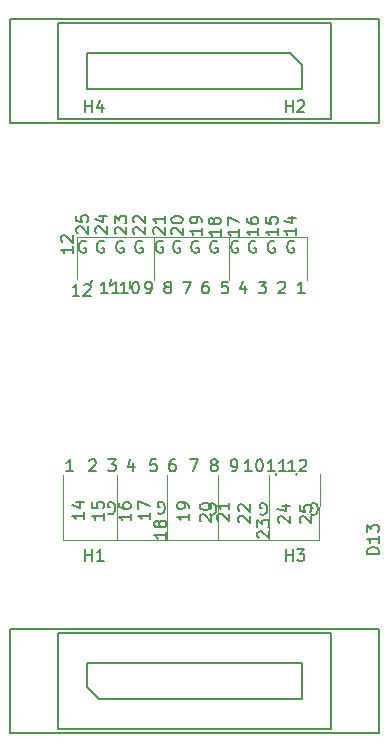
<source format=gbr>
%TF.GenerationSoftware,KiCad,Pcbnew,7.0.2*%
%TF.CreationDate,2023-11-03T15:57:14-06:00*%
%TF.ProjectId,micro-d-tes-aaray,6d696372-6f2d-4642-9d74-65732d616172,rev?*%
%TF.SameCoordinates,Original*%
%TF.FileFunction,Legend,Top*%
%TF.FilePolarity,Positive*%
%FSLAX46Y46*%
G04 Gerber Fmt 4.6, Leading zero omitted, Abs format (unit mm)*
G04 Created by KiCad (PCBNEW 7.0.2) date 2023-11-03 15:57:14*
%MOMM*%
%LPD*%
G01*
G04 APERTURE LIST*
%ADD10C,0.090000*%
%ADD11C,0.150000*%
%ADD12C,0.153000*%
%ADD13R,0.500000X2.000000*%
%ADD14R,0.258000X2.000000*%
%ADD15C,3.500000*%
%ADD16O,0.920000X0.920000*%
G04 APERTURE END LIST*
D10*
X20700000Y-20000000D02*
X27250000Y-20000000D01*
X7800000Y-20000000D02*
X7800000Y-23550000D01*
X24040000Y-45660000D02*
X24050000Y-40175000D01*
X20700000Y-20000000D02*
X20700000Y-23650000D01*
D11*
X6215000Y-1891000D02*
X29285000Y-1891000D01*
X29285000Y-9958000D01*
X6215000Y-9958000D01*
X6215000Y-1891000D01*
D10*
X11162500Y-45660000D02*
X6637500Y-45660000D01*
D11*
X2150000Y-53150000D02*
X33350000Y-53150000D01*
X33350000Y-62000000D01*
X2150000Y-62000000D01*
X2150000Y-53150000D01*
D10*
X11162500Y-45660000D02*
X11175000Y-40175000D01*
X19750000Y-45665000D02*
X19750000Y-40175000D01*
X15445086Y-45665755D02*
X15450000Y-40175000D01*
D11*
X10700000Y-23500000D02*
X10600000Y-24100000D01*
X9100000Y-23600000D02*
X9000000Y-23900000D01*
X26400000Y-39960000D02*
X26310000Y-40180000D01*
D10*
X20700000Y-20000000D02*
X20700000Y-23550000D01*
X14350000Y-20000000D02*
X14350000Y-23650000D01*
D11*
X6215000Y-53541000D02*
X29285000Y-53541000D01*
X29285000Y-61608000D01*
X6215000Y-61608000D01*
X6215000Y-53541000D01*
X12300000Y-23700000D02*
X12300000Y-24300000D01*
D10*
X28337500Y-45670000D02*
X28350000Y-40075000D01*
X14350000Y-20000000D02*
X14350000Y-23550000D01*
X28337500Y-45670000D02*
X11162500Y-45660000D01*
X14150000Y-20000000D02*
X20700000Y-20000000D01*
X27250000Y-20000000D02*
X27250000Y-23650000D01*
D11*
X2150000Y-1500000D02*
X33350000Y-1500000D01*
X33350000Y-10350000D01*
X2150000Y-10350000D01*
X2150000Y-1500000D01*
D10*
X11175000Y-43825000D02*
X11175000Y-40175000D01*
X6637500Y-45660000D02*
X6650000Y-40175000D01*
D11*
X24680000Y-39940000D02*
X24660000Y-40160000D01*
D10*
X7800000Y-20000000D02*
X14350000Y-20000000D01*
D12*
X13311904Y-20360238D02*
X13216666Y-20312619D01*
X13216666Y-20312619D02*
X13073809Y-20312619D01*
X13073809Y-20312619D02*
X12930952Y-20360238D01*
X12930952Y-20360238D02*
X12835714Y-20455476D01*
X12835714Y-20455476D02*
X12788095Y-20550714D01*
X12788095Y-20550714D02*
X12740476Y-20741190D01*
X12740476Y-20741190D02*
X12740476Y-20884047D01*
X12740476Y-20884047D02*
X12788095Y-21074523D01*
X12788095Y-21074523D02*
X12835714Y-21169761D01*
X12835714Y-21169761D02*
X12930952Y-21265000D01*
X12930952Y-21265000D02*
X13073809Y-21312619D01*
X13073809Y-21312619D02*
X13169047Y-21312619D01*
X13169047Y-21312619D02*
X13311904Y-21265000D01*
X13311904Y-21265000D02*
X13359523Y-21217380D01*
X13359523Y-21217380D02*
X13359523Y-20884047D01*
X13359523Y-20884047D02*
X13169047Y-20884047D01*
X24511904Y-20360238D02*
X24416666Y-20312619D01*
X24416666Y-20312619D02*
X24273809Y-20312619D01*
X24273809Y-20312619D02*
X24130952Y-20360238D01*
X24130952Y-20360238D02*
X24035714Y-20455476D01*
X24035714Y-20455476D02*
X23988095Y-20550714D01*
X23988095Y-20550714D02*
X23940476Y-20741190D01*
X23940476Y-20741190D02*
X23940476Y-20884047D01*
X23940476Y-20884047D02*
X23988095Y-21074523D01*
X23988095Y-21074523D02*
X24035714Y-21169761D01*
X24035714Y-21169761D02*
X24130952Y-21265000D01*
X24130952Y-21265000D02*
X24273809Y-21312619D01*
X24273809Y-21312619D02*
X24369047Y-21312619D01*
X24369047Y-21312619D02*
X24511904Y-21265000D01*
X24511904Y-21265000D02*
X24559523Y-21217380D01*
X24559523Y-21217380D02*
X24559523Y-20884047D01*
X24559523Y-20884047D02*
X24369047Y-20884047D01*
X26161904Y-20360238D02*
X26066666Y-20312619D01*
X26066666Y-20312619D02*
X25923809Y-20312619D01*
X25923809Y-20312619D02*
X25780952Y-20360238D01*
X25780952Y-20360238D02*
X25685714Y-20455476D01*
X25685714Y-20455476D02*
X25638095Y-20550714D01*
X25638095Y-20550714D02*
X25590476Y-20741190D01*
X25590476Y-20741190D02*
X25590476Y-20884047D01*
X25590476Y-20884047D02*
X25638095Y-21074523D01*
X25638095Y-21074523D02*
X25685714Y-21169761D01*
X25685714Y-21169761D02*
X25780952Y-21265000D01*
X25780952Y-21265000D02*
X25923809Y-21312619D01*
X25923809Y-21312619D02*
X26019047Y-21312619D01*
X26019047Y-21312619D02*
X26161904Y-21265000D01*
X26161904Y-21265000D02*
X26209523Y-21217380D01*
X26209523Y-21217380D02*
X26209523Y-20884047D01*
X26209523Y-20884047D02*
X26019047Y-20884047D01*
X19661904Y-20360238D02*
X19566666Y-20312619D01*
X19566666Y-20312619D02*
X19423809Y-20312619D01*
X19423809Y-20312619D02*
X19280952Y-20360238D01*
X19280952Y-20360238D02*
X19185714Y-20455476D01*
X19185714Y-20455476D02*
X19138095Y-20550714D01*
X19138095Y-20550714D02*
X19090476Y-20741190D01*
X19090476Y-20741190D02*
X19090476Y-20884047D01*
X19090476Y-20884047D02*
X19138095Y-21074523D01*
X19138095Y-21074523D02*
X19185714Y-21169761D01*
X19185714Y-21169761D02*
X19280952Y-21265000D01*
X19280952Y-21265000D02*
X19423809Y-21312619D01*
X19423809Y-21312619D02*
X19519047Y-21312619D01*
X19519047Y-21312619D02*
X19661904Y-21265000D01*
X19661904Y-21265000D02*
X19709523Y-21217380D01*
X19709523Y-21217380D02*
X19709523Y-20884047D01*
X19709523Y-20884047D02*
X19519047Y-20884047D01*
X15061904Y-20350238D02*
X14966666Y-20302619D01*
X14966666Y-20302619D02*
X14823809Y-20302619D01*
X14823809Y-20302619D02*
X14680952Y-20350238D01*
X14680952Y-20350238D02*
X14585714Y-20445476D01*
X14585714Y-20445476D02*
X14538095Y-20540714D01*
X14538095Y-20540714D02*
X14490476Y-20731190D01*
X14490476Y-20731190D02*
X14490476Y-20874047D01*
X14490476Y-20874047D02*
X14538095Y-21064523D01*
X14538095Y-21064523D02*
X14585714Y-21159761D01*
X14585714Y-21159761D02*
X14680952Y-21255000D01*
X14680952Y-21255000D02*
X14823809Y-21302619D01*
X14823809Y-21302619D02*
X14919047Y-21302619D01*
X14919047Y-21302619D02*
X15061904Y-21255000D01*
X15061904Y-21255000D02*
X15109523Y-21207380D01*
X15109523Y-21207380D02*
X15109523Y-20874047D01*
X15109523Y-20874047D02*
X14919047Y-20874047D01*
X8531904Y-20360238D02*
X8436666Y-20312619D01*
X8436666Y-20312619D02*
X8293809Y-20312619D01*
X8293809Y-20312619D02*
X8150952Y-20360238D01*
X8150952Y-20360238D02*
X8055714Y-20455476D01*
X8055714Y-20455476D02*
X8008095Y-20550714D01*
X8008095Y-20550714D02*
X7960476Y-20741190D01*
X7960476Y-20741190D02*
X7960476Y-20884047D01*
X7960476Y-20884047D02*
X8008095Y-21074523D01*
X8008095Y-21074523D02*
X8055714Y-21169761D01*
X8055714Y-21169761D02*
X8150952Y-21265000D01*
X8150952Y-21265000D02*
X8293809Y-21312619D01*
X8293809Y-21312619D02*
X8389047Y-21312619D01*
X8389047Y-21312619D02*
X8531904Y-21265000D01*
X8531904Y-21265000D02*
X8579523Y-21217380D01*
X8579523Y-21217380D02*
X8579523Y-20884047D01*
X8579523Y-20884047D02*
X8389047Y-20884047D01*
X10468095Y-43399761D02*
X10563333Y-43447380D01*
X10563333Y-43447380D02*
X10706190Y-43447380D01*
X10706190Y-43447380D02*
X10849047Y-43399761D01*
X10849047Y-43399761D02*
X10944285Y-43304523D01*
X10944285Y-43304523D02*
X10991904Y-43209285D01*
X10991904Y-43209285D02*
X11039523Y-43018809D01*
X11039523Y-43018809D02*
X11039523Y-42875952D01*
X11039523Y-42875952D02*
X10991904Y-42685476D01*
X10991904Y-42685476D02*
X10944285Y-42590238D01*
X10944285Y-42590238D02*
X10849047Y-42495000D01*
X10849047Y-42495000D02*
X10706190Y-42447380D01*
X10706190Y-42447380D02*
X10610952Y-42447380D01*
X10610952Y-42447380D02*
X10468095Y-42495000D01*
X10468095Y-42495000D02*
X10420476Y-42542619D01*
X10420476Y-42542619D02*
X10420476Y-42875952D01*
X10420476Y-42875952D02*
X10610952Y-42875952D01*
X21421904Y-20360238D02*
X21326666Y-20312619D01*
X21326666Y-20312619D02*
X21183809Y-20312619D01*
X21183809Y-20312619D02*
X21040952Y-20360238D01*
X21040952Y-20360238D02*
X20945714Y-20455476D01*
X20945714Y-20455476D02*
X20898095Y-20550714D01*
X20898095Y-20550714D02*
X20850476Y-20741190D01*
X20850476Y-20741190D02*
X20850476Y-20884047D01*
X20850476Y-20884047D02*
X20898095Y-21074523D01*
X20898095Y-21074523D02*
X20945714Y-21169761D01*
X20945714Y-21169761D02*
X21040952Y-21265000D01*
X21040952Y-21265000D02*
X21183809Y-21312619D01*
X21183809Y-21312619D02*
X21279047Y-21312619D01*
X21279047Y-21312619D02*
X21421904Y-21265000D01*
X21421904Y-21265000D02*
X21469523Y-21217380D01*
X21469523Y-21217380D02*
X21469523Y-20884047D01*
X21469523Y-20884047D02*
X21279047Y-20884047D01*
X11711904Y-20360238D02*
X11616666Y-20312619D01*
X11616666Y-20312619D02*
X11473809Y-20312619D01*
X11473809Y-20312619D02*
X11330952Y-20360238D01*
X11330952Y-20360238D02*
X11235714Y-20455476D01*
X11235714Y-20455476D02*
X11188095Y-20550714D01*
X11188095Y-20550714D02*
X11140476Y-20741190D01*
X11140476Y-20741190D02*
X11140476Y-20884047D01*
X11140476Y-20884047D02*
X11188095Y-21074523D01*
X11188095Y-21074523D02*
X11235714Y-21169761D01*
X11235714Y-21169761D02*
X11330952Y-21265000D01*
X11330952Y-21265000D02*
X11473809Y-21312619D01*
X11473809Y-21312619D02*
X11569047Y-21312619D01*
X11569047Y-21312619D02*
X11711904Y-21265000D01*
X11711904Y-21265000D02*
X11759523Y-21217380D01*
X11759523Y-21217380D02*
X11759523Y-20884047D01*
X11759523Y-20884047D02*
X11569047Y-20884047D01*
X18061904Y-20360238D02*
X17966666Y-20312619D01*
X17966666Y-20312619D02*
X17823809Y-20312619D01*
X17823809Y-20312619D02*
X17680952Y-20360238D01*
X17680952Y-20360238D02*
X17585714Y-20455476D01*
X17585714Y-20455476D02*
X17538095Y-20550714D01*
X17538095Y-20550714D02*
X17490476Y-20741190D01*
X17490476Y-20741190D02*
X17490476Y-20884047D01*
X17490476Y-20884047D02*
X17538095Y-21074523D01*
X17538095Y-21074523D02*
X17585714Y-21169761D01*
X17585714Y-21169761D02*
X17680952Y-21265000D01*
X17680952Y-21265000D02*
X17823809Y-21312619D01*
X17823809Y-21312619D02*
X17919047Y-21312619D01*
X17919047Y-21312619D02*
X18061904Y-21265000D01*
X18061904Y-21265000D02*
X18109523Y-21217380D01*
X18109523Y-21217380D02*
X18109523Y-20884047D01*
X18109523Y-20884047D02*
X17919047Y-20884047D01*
X22911904Y-20360238D02*
X22816666Y-20312619D01*
X22816666Y-20312619D02*
X22673809Y-20312619D01*
X22673809Y-20312619D02*
X22530952Y-20360238D01*
X22530952Y-20360238D02*
X22435714Y-20455476D01*
X22435714Y-20455476D02*
X22388095Y-20550714D01*
X22388095Y-20550714D02*
X22340476Y-20741190D01*
X22340476Y-20741190D02*
X22340476Y-20884047D01*
X22340476Y-20884047D02*
X22388095Y-21074523D01*
X22388095Y-21074523D02*
X22435714Y-21169761D01*
X22435714Y-21169761D02*
X22530952Y-21265000D01*
X22530952Y-21265000D02*
X22673809Y-21312619D01*
X22673809Y-21312619D02*
X22769047Y-21312619D01*
X22769047Y-21312619D02*
X22911904Y-21265000D01*
X22911904Y-21265000D02*
X22959523Y-21217380D01*
X22959523Y-21217380D02*
X22959523Y-20884047D01*
X22959523Y-20884047D02*
X22769047Y-20884047D01*
X23338095Y-43464761D02*
X23433333Y-43512380D01*
X23433333Y-43512380D02*
X23576190Y-43512380D01*
X23576190Y-43512380D02*
X23719047Y-43464761D01*
X23719047Y-43464761D02*
X23814285Y-43369523D01*
X23814285Y-43369523D02*
X23861904Y-43274285D01*
X23861904Y-43274285D02*
X23909523Y-43083809D01*
X23909523Y-43083809D02*
X23909523Y-42940952D01*
X23909523Y-42940952D02*
X23861904Y-42750476D01*
X23861904Y-42750476D02*
X23814285Y-42655238D01*
X23814285Y-42655238D02*
X23719047Y-42560000D01*
X23719047Y-42560000D02*
X23576190Y-42512380D01*
X23576190Y-42512380D02*
X23480952Y-42512380D01*
X23480952Y-42512380D02*
X23338095Y-42560000D01*
X23338095Y-42560000D02*
X23290476Y-42607619D01*
X23290476Y-42607619D02*
X23290476Y-42940952D01*
X23290476Y-42940952D02*
X23480952Y-42940952D01*
X10061904Y-20360238D02*
X9966666Y-20312619D01*
X9966666Y-20312619D02*
X9823809Y-20312619D01*
X9823809Y-20312619D02*
X9680952Y-20360238D01*
X9680952Y-20360238D02*
X9585714Y-20455476D01*
X9585714Y-20455476D02*
X9538095Y-20550714D01*
X9538095Y-20550714D02*
X9490476Y-20741190D01*
X9490476Y-20741190D02*
X9490476Y-20884047D01*
X9490476Y-20884047D02*
X9538095Y-21074523D01*
X9538095Y-21074523D02*
X9585714Y-21169761D01*
X9585714Y-21169761D02*
X9680952Y-21265000D01*
X9680952Y-21265000D02*
X9823809Y-21312619D01*
X9823809Y-21312619D02*
X9919047Y-21312619D01*
X9919047Y-21312619D02*
X10061904Y-21265000D01*
X10061904Y-21265000D02*
X10109523Y-21217380D01*
X10109523Y-21217380D02*
X10109523Y-20884047D01*
X10109523Y-20884047D02*
X9919047Y-20884047D01*
X19038095Y-43464761D02*
X19133333Y-43512380D01*
X19133333Y-43512380D02*
X19276190Y-43512380D01*
X19276190Y-43512380D02*
X19419047Y-43464761D01*
X19419047Y-43464761D02*
X19514285Y-43369523D01*
X19514285Y-43369523D02*
X19561904Y-43274285D01*
X19561904Y-43274285D02*
X19609523Y-43083809D01*
X19609523Y-43083809D02*
X19609523Y-42940952D01*
X19609523Y-42940952D02*
X19561904Y-42750476D01*
X19561904Y-42750476D02*
X19514285Y-42655238D01*
X19514285Y-42655238D02*
X19419047Y-42560000D01*
X19419047Y-42560000D02*
X19276190Y-42512380D01*
X19276190Y-42512380D02*
X19180952Y-42512380D01*
X19180952Y-42512380D02*
X19038095Y-42560000D01*
X19038095Y-42560000D02*
X18990476Y-42607619D01*
X18990476Y-42607619D02*
X18990476Y-42940952D01*
X18990476Y-42940952D02*
X19180952Y-42940952D01*
X27638095Y-43464761D02*
X27733333Y-43512380D01*
X27733333Y-43512380D02*
X27876190Y-43512380D01*
X27876190Y-43512380D02*
X28019047Y-43464761D01*
X28019047Y-43464761D02*
X28114285Y-43369523D01*
X28114285Y-43369523D02*
X28161904Y-43274285D01*
X28161904Y-43274285D02*
X28209523Y-43083809D01*
X28209523Y-43083809D02*
X28209523Y-42940952D01*
X28209523Y-42940952D02*
X28161904Y-42750476D01*
X28161904Y-42750476D02*
X28114285Y-42655238D01*
X28114285Y-42655238D02*
X28019047Y-42560000D01*
X28019047Y-42560000D02*
X27876190Y-42512380D01*
X27876190Y-42512380D02*
X27780952Y-42512380D01*
X27780952Y-42512380D02*
X27638095Y-42560000D01*
X27638095Y-42560000D02*
X27590476Y-42607619D01*
X27590476Y-42607619D02*
X27590476Y-42940952D01*
X27590476Y-42940952D02*
X27780952Y-42940952D01*
X16511904Y-20360238D02*
X16416666Y-20312619D01*
X16416666Y-20312619D02*
X16273809Y-20312619D01*
X16273809Y-20312619D02*
X16130952Y-20360238D01*
X16130952Y-20360238D02*
X16035714Y-20455476D01*
X16035714Y-20455476D02*
X15988095Y-20550714D01*
X15988095Y-20550714D02*
X15940476Y-20741190D01*
X15940476Y-20741190D02*
X15940476Y-20884047D01*
X15940476Y-20884047D02*
X15988095Y-21074523D01*
X15988095Y-21074523D02*
X16035714Y-21169761D01*
X16035714Y-21169761D02*
X16130952Y-21265000D01*
X16130952Y-21265000D02*
X16273809Y-21312619D01*
X16273809Y-21312619D02*
X16369047Y-21312619D01*
X16369047Y-21312619D02*
X16511904Y-21265000D01*
X16511904Y-21265000D02*
X16559523Y-21217380D01*
X16559523Y-21217380D02*
X16559523Y-20884047D01*
X16559523Y-20884047D02*
X16369047Y-20884047D01*
X14688095Y-43364761D02*
X14783333Y-43412380D01*
X14783333Y-43412380D02*
X14926190Y-43412380D01*
X14926190Y-43412380D02*
X15069047Y-43364761D01*
X15069047Y-43364761D02*
X15164285Y-43269523D01*
X15164285Y-43269523D02*
X15211904Y-43174285D01*
X15211904Y-43174285D02*
X15259523Y-42983809D01*
X15259523Y-42983809D02*
X15259523Y-42840952D01*
X15259523Y-42840952D02*
X15211904Y-42650476D01*
X15211904Y-42650476D02*
X15164285Y-42555238D01*
X15164285Y-42555238D02*
X15069047Y-42460000D01*
X15069047Y-42460000D02*
X14926190Y-42412380D01*
X14926190Y-42412380D02*
X14830952Y-42412380D01*
X14830952Y-42412380D02*
X14688095Y-42460000D01*
X14688095Y-42460000D02*
X14640476Y-42507619D01*
X14640476Y-42507619D02*
X14640476Y-42840952D01*
X14640476Y-42840952D02*
X14830952Y-42840952D01*
D11*
%TO.C,17*%
X21562619Y-19315476D02*
X21562619Y-19886904D01*
X21562619Y-19601190D02*
X20562619Y-19601190D01*
X20562619Y-19601190D02*
X20705476Y-19696428D01*
X20705476Y-19696428D02*
X20800714Y-19791666D01*
X20800714Y-19791666D02*
X20848333Y-19886904D01*
X20562619Y-18982142D02*
X20562619Y-18315476D01*
X20562619Y-18315476D02*
X21562619Y-18744047D01*
%TO.C,5*%
X20568095Y-23762619D02*
X20091905Y-23762619D01*
X20091905Y-23762619D02*
X20044286Y-24238809D01*
X20044286Y-24238809D02*
X20091905Y-24191190D01*
X20091905Y-24191190D02*
X20187143Y-24143571D01*
X20187143Y-24143571D02*
X20425238Y-24143571D01*
X20425238Y-24143571D02*
X20520476Y-24191190D01*
X20520476Y-24191190D02*
X20568095Y-24238809D01*
X20568095Y-24238809D02*
X20615714Y-24334047D01*
X20615714Y-24334047D02*
X20615714Y-24572142D01*
X20615714Y-24572142D02*
X20568095Y-24667380D01*
X20568095Y-24667380D02*
X20520476Y-24715000D01*
X20520476Y-24715000D02*
X20425238Y-24762619D01*
X20425238Y-24762619D02*
X20187143Y-24762619D01*
X20187143Y-24762619D02*
X20091905Y-24715000D01*
X20091905Y-24715000D02*
X20044286Y-24667380D01*
%TO.C,11*%
X24559523Y-39812619D02*
X23988095Y-39812619D01*
X24273809Y-39812619D02*
X24273809Y-38812619D01*
X24273809Y-38812619D02*
X24178571Y-38955476D01*
X24178571Y-38955476D02*
X24083333Y-39050714D01*
X24083333Y-39050714D02*
X23988095Y-39098333D01*
X25511904Y-39812619D02*
X24940476Y-39812619D01*
X25226190Y-39812619D02*
X25226190Y-38812619D01*
X25226190Y-38812619D02*
X25130952Y-38955476D01*
X25130952Y-38955476D02*
X25035714Y-39050714D01*
X25035714Y-39050714D02*
X24940476Y-39098333D01*
%TO.C,8*%
X19324762Y-39251190D02*
X19229524Y-39203571D01*
X19229524Y-39203571D02*
X19181905Y-39155952D01*
X19181905Y-39155952D02*
X19134286Y-39060714D01*
X19134286Y-39060714D02*
X19134286Y-39013095D01*
X19134286Y-39013095D02*
X19181905Y-38917857D01*
X19181905Y-38917857D02*
X19229524Y-38870238D01*
X19229524Y-38870238D02*
X19324762Y-38822619D01*
X19324762Y-38822619D02*
X19515238Y-38822619D01*
X19515238Y-38822619D02*
X19610476Y-38870238D01*
X19610476Y-38870238D02*
X19658095Y-38917857D01*
X19658095Y-38917857D02*
X19705714Y-39013095D01*
X19705714Y-39013095D02*
X19705714Y-39060714D01*
X19705714Y-39060714D02*
X19658095Y-39155952D01*
X19658095Y-39155952D02*
X19610476Y-39203571D01*
X19610476Y-39203571D02*
X19515238Y-39251190D01*
X19515238Y-39251190D02*
X19324762Y-39251190D01*
X19324762Y-39251190D02*
X19229524Y-39298809D01*
X19229524Y-39298809D02*
X19181905Y-39346428D01*
X19181905Y-39346428D02*
X19134286Y-39441666D01*
X19134286Y-39441666D02*
X19134286Y-39632142D01*
X19134286Y-39632142D02*
X19181905Y-39727380D01*
X19181905Y-39727380D02*
X19229524Y-39775000D01*
X19229524Y-39775000D02*
X19324762Y-39822619D01*
X19324762Y-39822619D02*
X19515238Y-39822619D01*
X19515238Y-39822619D02*
X19610476Y-39775000D01*
X19610476Y-39775000D02*
X19658095Y-39727380D01*
X19658095Y-39727380D02*
X19705714Y-39632142D01*
X19705714Y-39632142D02*
X19705714Y-39441666D01*
X19705714Y-39441666D02*
X19658095Y-39346428D01*
X19658095Y-39346428D02*
X19610476Y-39298809D01*
X19610476Y-39298809D02*
X19515238Y-39251190D01*
%TO.C,22*%
X21537857Y-44141904D02*
X21490238Y-44094285D01*
X21490238Y-44094285D02*
X21442619Y-43999047D01*
X21442619Y-43999047D02*
X21442619Y-43760952D01*
X21442619Y-43760952D02*
X21490238Y-43665714D01*
X21490238Y-43665714D02*
X21537857Y-43618095D01*
X21537857Y-43618095D02*
X21633095Y-43570476D01*
X21633095Y-43570476D02*
X21728333Y-43570476D01*
X21728333Y-43570476D02*
X21871190Y-43618095D01*
X21871190Y-43618095D02*
X22442619Y-44189523D01*
X22442619Y-44189523D02*
X22442619Y-43570476D01*
X21537857Y-43189523D02*
X21490238Y-43141904D01*
X21490238Y-43141904D02*
X21442619Y-43046666D01*
X21442619Y-43046666D02*
X21442619Y-42808571D01*
X21442619Y-42808571D02*
X21490238Y-42713333D01*
X21490238Y-42713333D02*
X21537857Y-42665714D01*
X21537857Y-42665714D02*
X21633095Y-42618095D01*
X21633095Y-42618095D02*
X21728333Y-42618095D01*
X21728333Y-42618095D02*
X21871190Y-42665714D01*
X21871190Y-42665714D02*
X22442619Y-43237142D01*
X22442619Y-43237142D02*
X22442619Y-42618095D01*
%TO.C,14*%
X8412619Y-43310476D02*
X8412619Y-43881904D01*
X8412619Y-43596190D02*
X7412619Y-43596190D01*
X7412619Y-43596190D02*
X7555476Y-43691428D01*
X7555476Y-43691428D02*
X7650714Y-43786666D01*
X7650714Y-43786666D02*
X7698333Y-43881904D01*
X7745952Y-42453333D02*
X8412619Y-42453333D01*
X7365000Y-42691428D02*
X8079285Y-42929523D01*
X8079285Y-42929523D02*
X8079285Y-42310476D01*
%TO.C,6*%
X16070476Y-38822619D02*
X15880000Y-38822619D01*
X15880000Y-38822619D02*
X15784762Y-38870238D01*
X15784762Y-38870238D02*
X15737143Y-38917857D01*
X15737143Y-38917857D02*
X15641905Y-39060714D01*
X15641905Y-39060714D02*
X15594286Y-39251190D01*
X15594286Y-39251190D02*
X15594286Y-39632142D01*
X15594286Y-39632142D02*
X15641905Y-39727380D01*
X15641905Y-39727380D02*
X15689524Y-39775000D01*
X15689524Y-39775000D02*
X15784762Y-39822619D01*
X15784762Y-39822619D02*
X15975238Y-39822619D01*
X15975238Y-39822619D02*
X16070476Y-39775000D01*
X16070476Y-39775000D02*
X16118095Y-39727380D01*
X16118095Y-39727380D02*
X16165714Y-39632142D01*
X16165714Y-39632142D02*
X16165714Y-39394047D01*
X16165714Y-39394047D02*
X16118095Y-39298809D01*
X16118095Y-39298809D02*
X16070476Y-39251190D01*
X16070476Y-39251190D02*
X15975238Y-39203571D01*
X15975238Y-39203571D02*
X15784762Y-39203571D01*
X15784762Y-39203571D02*
X15689524Y-39251190D01*
X15689524Y-39251190D02*
X15641905Y-39298809D01*
X15641905Y-39298809D02*
X15594286Y-39394047D01*
%TO.C,7*%
X16796667Y-23762619D02*
X17463333Y-23762619D01*
X17463333Y-23762619D02*
X17034762Y-24762619D01*
%TO.C,11*%
X10409523Y-24762619D02*
X9838095Y-24762619D01*
X10123809Y-24762619D02*
X10123809Y-23762619D01*
X10123809Y-23762619D02*
X10028571Y-23905476D01*
X10028571Y-23905476D02*
X9933333Y-24000714D01*
X9933333Y-24000714D02*
X9838095Y-24048333D01*
X11361904Y-24762619D02*
X10790476Y-24762619D01*
X11076190Y-24762619D02*
X11076190Y-23762619D01*
X11076190Y-23762619D02*
X10980952Y-23905476D01*
X10980952Y-23905476D02*
X10885714Y-24000714D01*
X10885714Y-24000714D02*
X10790476Y-24048333D01*
%TO.C,21*%
X14337857Y-19741904D02*
X14290238Y-19694285D01*
X14290238Y-19694285D02*
X14242619Y-19599047D01*
X14242619Y-19599047D02*
X14242619Y-19360952D01*
X14242619Y-19360952D02*
X14290238Y-19265714D01*
X14290238Y-19265714D02*
X14337857Y-19218095D01*
X14337857Y-19218095D02*
X14433095Y-19170476D01*
X14433095Y-19170476D02*
X14528333Y-19170476D01*
X14528333Y-19170476D02*
X14671190Y-19218095D01*
X14671190Y-19218095D02*
X15242619Y-19789523D01*
X15242619Y-19789523D02*
X15242619Y-19170476D01*
X15242619Y-18218095D02*
X15242619Y-18789523D01*
X15242619Y-18503809D02*
X14242619Y-18503809D01*
X14242619Y-18503809D02*
X14385476Y-18599047D01*
X14385476Y-18599047D02*
X14480714Y-18694285D01*
X14480714Y-18694285D02*
X14528333Y-18789523D01*
%TO.C,H1*%
X8488095Y-47412619D02*
X8488095Y-46412619D01*
X8488095Y-46888809D02*
X9059523Y-46888809D01*
X9059523Y-47412619D02*
X9059523Y-46412619D01*
X10059523Y-47412619D02*
X9488095Y-47412619D01*
X9773809Y-47412619D02*
X9773809Y-46412619D01*
X9773809Y-46412619D02*
X9678571Y-46555476D01*
X9678571Y-46555476D02*
X9583333Y-46650714D01*
X9583333Y-46650714D02*
X9488095Y-46698333D01*
%TO.C,16*%
X12342619Y-43400476D02*
X12342619Y-43971904D01*
X12342619Y-43686190D02*
X11342619Y-43686190D01*
X11342619Y-43686190D02*
X11485476Y-43781428D01*
X11485476Y-43781428D02*
X11580714Y-43876666D01*
X11580714Y-43876666D02*
X11628333Y-43971904D01*
X11342619Y-42543333D02*
X11342619Y-42733809D01*
X11342619Y-42733809D02*
X11390238Y-42829047D01*
X11390238Y-42829047D02*
X11437857Y-42876666D01*
X11437857Y-42876666D02*
X11580714Y-42971904D01*
X11580714Y-42971904D02*
X11771190Y-43019523D01*
X11771190Y-43019523D02*
X12152142Y-43019523D01*
X12152142Y-43019523D02*
X12247380Y-42971904D01*
X12247380Y-42971904D02*
X12295000Y-42924285D01*
X12295000Y-42924285D02*
X12342619Y-42829047D01*
X12342619Y-42829047D02*
X12342619Y-42638571D01*
X12342619Y-42638571D02*
X12295000Y-42543333D01*
X12295000Y-42543333D02*
X12247380Y-42495714D01*
X12247380Y-42495714D02*
X12152142Y-42448095D01*
X12152142Y-42448095D02*
X11914047Y-42448095D01*
X11914047Y-42448095D02*
X11818809Y-42495714D01*
X11818809Y-42495714D02*
X11771190Y-42543333D01*
X11771190Y-42543333D02*
X11723571Y-42638571D01*
X11723571Y-42638571D02*
X11723571Y-42829047D01*
X11723571Y-42829047D02*
X11771190Y-42924285D01*
X11771190Y-42924285D02*
X11818809Y-42971904D01*
X11818809Y-42971904D02*
X11914047Y-43019523D01*
%TO.C,20*%
X15877857Y-19771904D02*
X15830238Y-19724285D01*
X15830238Y-19724285D02*
X15782619Y-19629047D01*
X15782619Y-19629047D02*
X15782619Y-19390952D01*
X15782619Y-19390952D02*
X15830238Y-19295714D01*
X15830238Y-19295714D02*
X15877857Y-19248095D01*
X15877857Y-19248095D02*
X15973095Y-19200476D01*
X15973095Y-19200476D02*
X16068333Y-19200476D01*
X16068333Y-19200476D02*
X16211190Y-19248095D01*
X16211190Y-19248095D02*
X16782619Y-19819523D01*
X16782619Y-19819523D02*
X16782619Y-19200476D01*
X15782619Y-18581428D02*
X15782619Y-18486190D01*
X15782619Y-18486190D02*
X15830238Y-18390952D01*
X15830238Y-18390952D02*
X15877857Y-18343333D01*
X15877857Y-18343333D02*
X15973095Y-18295714D01*
X15973095Y-18295714D02*
X16163571Y-18248095D01*
X16163571Y-18248095D02*
X16401666Y-18248095D01*
X16401666Y-18248095D02*
X16592142Y-18295714D01*
X16592142Y-18295714D02*
X16687380Y-18343333D01*
X16687380Y-18343333D02*
X16735000Y-18390952D01*
X16735000Y-18390952D02*
X16782619Y-18486190D01*
X16782619Y-18486190D02*
X16782619Y-18581428D01*
X16782619Y-18581428D02*
X16735000Y-18676666D01*
X16735000Y-18676666D02*
X16687380Y-18724285D01*
X16687380Y-18724285D02*
X16592142Y-18771904D01*
X16592142Y-18771904D02*
X16401666Y-18819523D01*
X16401666Y-18819523D02*
X16163571Y-18819523D01*
X16163571Y-18819523D02*
X15973095Y-18771904D01*
X15973095Y-18771904D02*
X15877857Y-18724285D01*
X15877857Y-18724285D02*
X15830238Y-18676666D01*
X15830238Y-18676666D02*
X15782619Y-18581428D01*
%TO.C,3*%
X23196667Y-23762619D02*
X23815714Y-23762619D01*
X23815714Y-23762619D02*
X23482381Y-24143571D01*
X23482381Y-24143571D02*
X23625238Y-24143571D01*
X23625238Y-24143571D02*
X23720476Y-24191190D01*
X23720476Y-24191190D02*
X23768095Y-24238809D01*
X23768095Y-24238809D02*
X23815714Y-24334047D01*
X23815714Y-24334047D02*
X23815714Y-24572142D01*
X23815714Y-24572142D02*
X23768095Y-24667380D01*
X23768095Y-24667380D02*
X23720476Y-24715000D01*
X23720476Y-24715000D02*
X23625238Y-24762619D01*
X23625238Y-24762619D02*
X23339524Y-24762619D01*
X23339524Y-24762619D02*
X23244286Y-24715000D01*
X23244286Y-24715000D02*
X23196667Y-24667380D01*
%TO.C,H4*%
X8488095Y-9412619D02*
X8488095Y-8412619D01*
X8488095Y-8888809D02*
X9059523Y-8888809D01*
X9059523Y-9412619D02*
X9059523Y-8412619D01*
X9964285Y-8745952D02*
X9964285Y-9412619D01*
X9726190Y-8365000D02*
X9488095Y-9079285D01*
X9488095Y-9079285D02*
X10107142Y-9079285D01*
%TO.C,9*%
X13669524Y-24762619D02*
X13860000Y-24762619D01*
X13860000Y-24762619D02*
X13955238Y-24715000D01*
X13955238Y-24715000D02*
X14002857Y-24667380D01*
X14002857Y-24667380D02*
X14098095Y-24524523D01*
X14098095Y-24524523D02*
X14145714Y-24334047D01*
X14145714Y-24334047D02*
X14145714Y-23953095D01*
X14145714Y-23953095D02*
X14098095Y-23857857D01*
X14098095Y-23857857D02*
X14050476Y-23810238D01*
X14050476Y-23810238D02*
X13955238Y-23762619D01*
X13955238Y-23762619D02*
X13764762Y-23762619D01*
X13764762Y-23762619D02*
X13669524Y-23810238D01*
X13669524Y-23810238D02*
X13621905Y-23857857D01*
X13621905Y-23857857D02*
X13574286Y-23953095D01*
X13574286Y-23953095D02*
X13574286Y-24191190D01*
X13574286Y-24191190D02*
X13621905Y-24286428D01*
X13621905Y-24286428D02*
X13669524Y-24334047D01*
X13669524Y-24334047D02*
X13764762Y-24381666D01*
X13764762Y-24381666D02*
X13955238Y-24381666D01*
X13955238Y-24381666D02*
X14050476Y-24334047D01*
X14050476Y-24334047D02*
X14098095Y-24286428D01*
X14098095Y-24286428D02*
X14145714Y-24191190D01*
%TO.C,15*%
X24792619Y-19240476D02*
X24792619Y-19811904D01*
X24792619Y-19526190D02*
X23792619Y-19526190D01*
X23792619Y-19526190D02*
X23935476Y-19621428D01*
X23935476Y-19621428D02*
X24030714Y-19716666D01*
X24030714Y-19716666D02*
X24078333Y-19811904D01*
X23792619Y-18335714D02*
X23792619Y-18811904D01*
X23792619Y-18811904D02*
X24268809Y-18859523D01*
X24268809Y-18859523D02*
X24221190Y-18811904D01*
X24221190Y-18811904D02*
X24173571Y-18716666D01*
X24173571Y-18716666D02*
X24173571Y-18478571D01*
X24173571Y-18478571D02*
X24221190Y-18383333D01*
X24221190Y-18383333D02*
X24268809Y-18335714D01*
X24268809Y-18335714D02*
X24364047Y-18288095D01*
X24364047Y-18288095D02*
X24602142Y-18288095D01*
X24602142Y-18288095D02*
X24697380Y-18335714D01*
X24697380Y-18335714D02*
X24745000Y-18383333D01*
X24745000Y-18383333D02*
X24792619Y-18478571D01*
X24792619Y-18478571D02*
X24792619Y-18716666D01*
X24792619Y-18716666D02*
X24745000Y-18811904D01*
X24745000Y-18811904D02*
X24697380Y-18859523D01*
%TO.C,12*%
X7462619Y-20790476D02*
X7462619Y-21361904D01*
X7462619Y-21076190D02*
X6462619Y-21076190D01*
X6462619Y-21076190D02*
X6605476Y-21171428D01*
X6605476Y-21171428D02*
X6700714Y-21266666D01*
X6700714Y-21266666D02*
X6748333Y-21361904D01*
X6557857Y-20409523D02*
X6510238Y-20361904D01*
X6510238Y-20361904D02*
X6462619Y-20266666D01*
X6462619Y-20266666D02*
X6462619Y-20028571D01*
X6462619Y-20028571D02*
X6510238Y-19933333D01*
X6510238Y-19933333D02*
X6557857Y-19885714D01*
X6557857Y-19885714D02*
X6653095Y-19838095D01*
X6653095Y-19838095D02*
X6748333Y-19838095D01*
X6748333Y-19838095D02*
X6891190Y-19885714D01*
X6891190Y-19885714D02*
X7462619Y-20457142D01*
X7462619Y-20457142D02*
X7462619Y-19838095D01*
%TO.C,25*%
X7857857Y-19661904D02*
X7810238Y-19614285D01*
X7810238Y-19614285D02*
X7762619Y-19519047D01*
X7762619Y-19519047D02*
X7762619Y-19280952D01*
X7762619Y-19280952D02*
X7810238Y-19185714D01*
X7810238Y-19185714D02*
X7857857Y-19138095D01*
X7857857Y-19138095D02*
X7953095Y-19090476D01*
X7953095Y-19090476D02*
X8048333Y-19090476D01*
X8048333Y-19090476D02*
X8191190Y-19138095D01*
X8191190Y-19138095D02*
X8762619Y-19709523D01*
X8762619Y-19709523D02*
X8762619Y-19090476D01*
X7762619Y-18185714D02*
X7762619Y-18661904D01*
X7762619Y-18661904D02*
X8238809Y-18709523D01*
X8238809Y-18709523D02*
X8191190Y-18661904D01*
X8191190Y-18661904D02*
X8143571Y-18566666D01*
X8143571Y-18566666D02*
X8143571Y-18328571D01*
X8143571Y-18328571D02*
X8191190Y-18233333D01*
X8191190Y-18233333D02*
X8238809Y-18185714D01*
X8238809Y-18185714D02*
X8334047Y-18138095D01*
X8334047Y-18138095D02*
X8572142Y-18138095D01*
X8572142Y-18138095D02*
X8667380Y-18185714D01*
X8667380Y-18185714D02*
X8715000Y-18233333D01*
X8715000Y-18233333D02*
X8762619Y-18328571D01*
X8762619Y-18328571D02*
X8762619Y-18566666D01*
X8762619Y-18566666D02*
X8715000Y-18661904D01*
X8715000Y-18661904D02*
X8667380Y-18709523D01*
%TO.C,H3*%
X25488095Y-47412619D02*
X25488095Y-46412619D01*
X25488095Y-46888809D02*
X26059523Y-46888809D01*
X26059523Y-47412619D02*
X26059523Y-46412619D01*
X26440476Y-46412619D02*
X27059523Y-46412619D01*
X27059523Y-46412619D02*
X26726190Y-46793571D01*
X26726190Y-46793571D02*
X26869047Y-46793571D01*
X26869047Y-46793571D02*
X26964285Y-46841190D01*
X26964285Y-46841190D02*
X27011904Y-46888809D01*
X27011904Y-46888809D02*
X27059523Y-46984047D01*
X27059523Y-46984047D02*
X27059523Y-47222142D01*
X27059523Y-47222142D02*
X27011904Y-47317380D01*
X27011904Y-47317380D02*
X26964285Y-47365000D01*
X26964285Y-47365000D02*
X26869047Y-47412619D01*
X26869047Y-47412619D02*
X26583333Y-47412619D01*
X26583333Y-47412619D02*
X26488095Y-47365000D01*
X26488095Y-47365000D02*
X26440476Y-47317380D01*
%TO.C,5*%
X14528095Y-38822619D02*
X14051905Y-38822619D01*
X14051905Y-38822619D02*
X14004286Y-39298809D01*
X14004286Y-39298809D02*
X14051905Y-39251190D01*
X14051905Y-39251190D02*
X14147143Y-39203571D01*
X14147143Y-39203571D02*
X14385238Y-39203571D01*
X14385238Y-39203571D02*
X14480476Y-39251190D01*
X14480476Y-39251190D02*
X14528095Y-39298809D01*
X14528095Y-39298809D02*
X14575714Y-39394047D01*
X14575714Y-39394047D02*
X14575714Y-39632142D01*
X14575714Y-39632142D02*
X14528095Y-39727380D01*
X14528095Y-39727380D02*
X14480476Y-39775000D01*
X14480476Y-39775000D02*
X14385238Y-39822619D01*
X14385238Y-39822619D02*
X14147143Y-39822619D01*
X14147143Y-39822619D02*
X14051905Y-39775000D01*
X14051905Y-39775000D02*
X14004286Y-39727380D01*
%TO.C,9*%
X20919524Y-39822619D02*
X21110000Y-39822619D01*
X21110000Y-39822619D02*
X21205238Y-39775000D01*
X21205238Y-39775000D02*
X21252857Y-39727380D01*
X21252857Y-39727380D02*
X21348095Y-39584523D01*
X21348095Y-39584523D02*
X21395714Y-39394047D01*
X21395714Y-39394047D02*
X21395714Y-39013095D01*
X21395714Y-39013095D02*
X21348095Y-38917857D01*
X21348095Y-38917857D02*
X21300476Y-38870238D01*
X21300476Y-38870238D02*
X21205238Y-38822619D01*
X21205238Y-38822619D02*
X21014762Y-38822619D01*
X21014762Y-38822619D02*
X20919524Y-38870238D01*
X20919524Y-38870238D02*
X20871905Y-38917857D01*
X20871905Y-38917857D02*
X20824286Y-39013095D01*
X20824286Y-39013095D02*
X20824286Y-39251190D01*
X20824286Y-39251190D02*
X20871905Y-39346428D01*
X20871905Y-39346428D02*
X20919524Y-39394047D01*
X20919524Y-39394047D02*
X21014762Y-39441666D01*
X21014762Y-39441666D02*
X21205238Y-39441666D01*
X21205238Y-39441666D02*
X21300476Y-39394047D01*
X21300476Y-39394047D02*
X21348095Y-39346428D01*
X21348095Y-39346428D02*
X21395714Y-39251190D01*
%TO.C,4*%
X12570476Y-39155952D02*
X12570476Y-39822619D01*
X12332381Y-38775000D02*
X12094286Y-39489285D01*
X12094286Y-39489285D02*
X12713333Y-39489285D01*
%TO.C,17*%
X14002619Y-43320476D02*
X14002619Y-43891904D01*
X14002619Y-43606190D02*
X13002619Y-43606190D01*
X13002619Y-43606190D02*
X13145476Y-43701428D01*
X13145476Y-43701428D02*
X13240714Y-43796666D01*
X13240714Y-43796666D02*
X13288333Y-43891904D01*
X13002619Y-42987142D02*
X13002619Y-42320476D01*
X13002619Y-42320476D02*
X14002619Y-42749047D01*
%TO.C,7*%
X17356667Y-38822619D02*
X18023333Y-38822619D01*
X18023333Y-38822619D02*
X17594762Y-39822619D01*
%TO.C,19*%
X17292619Y-43400476D02*
X17292619Y-43971904D01*
X17292619Y-43686190D02*
X16292619Y-43686190D01*
X16292619Y-43686190D02*
X16435476Y-43781428D01*
X16435476Y-43781428D02*
X16530714Y-43876666D01*
X16530714Y-43876666D02*
X16578333Y-43971904D01*
X17292619Y-42924285D02*
X17292619Y-42733809D01*
X17292619Y-42733809D02*
X17245000Y-42638571D01*
X17245000Y-42638571D02*
X17197380Y-42590952D01*
X17197380Y-42590952D02*
X17054523Y-42495714D01*
X17054523Y-42495714D02*
X16864047Y-42448095D01*
X16864047Y-42448095D02*
X16483095Y-42448095D01*
X16483095Y-42448095D02*
X16387857Y-42495714D01*
X16387857Y-42495714D02*
X16340238Y-42543333D01*
X16340238Y-42543333D02*
X16292619Y-42638571D01*
X16292619Y-42638571D02*
X16292619Y-42829047D01*
X16292619Y-42829047D02*
X16340238Y-42924285D01*
X16340238Y-42924285D02*
X16387857Y-42971904D01*
X16387857Y-42971904D02*
X16483095Y-43019523D01*
X16483095Y-43019523D02*
X16721190Y-43019523D01*
X16721190Y-43019523D02*
X16816428Y-42971904D01*
X16816428Y-42971904D02*
X16864047Y-42924285D01*
X16864047Y-42924285D02*
X16911666Y-42829047D01*
X16911666Y-42829047D02*
X16911666Y-42638571D01*
X16911666Y-42638571D02*
X16864047Y-42543333D01*
X16864047Y-42543333D02*
X16816428Y-42495714D01*
X16816428Y-42495714D02*
X16721190Y-42448095D01*
%TO.C,3*%
X10456667Y-38822619D02*
X11075714Y-38822619D01*
X11075714Y-38822619D02*
X10742381Y-39203571D01*
X10742381Y-39203571D02*
X10885238Y-39203571D01*
X10885238Y-39203571D02*
X10980476Y-39251190D01*
X10980476Y-39251190D02*
X11028095Y-39298809D01*
X11028095Y-39298809D02*
X11075714Y-39394047D01*
X11075714Y-39394047D02*
X11075714Y-39632142D01*
X11075714Y-39632142D02*
X11028095Y-39727380D01*
X11028095Y-39727380D02*
X10980476Y-39775000D01*
X10980476Y-39775000D02*
X10885238Y-39822619D01*
X10885238Y-39822619D02*
X10599524Y-39822619D01*
X10599524Y-39822619D02*
X10504286Y-39775000D01*
X10504286Y-39775000D02*
X10456667Y-39727380D01*
%TO.C,20*%
X18287857Y-44041904D02*
X18240238Y-43994285D01*
X18240238Y-43994285D02*
X18192619Y-43899047D01*
X18192619Y-43899047D02*
X18192619Y-43660952D01*
X18192619Y-43660952D02*
X18240238Y-43565714D01*
X18240238Y-43565714D02*
X18287857Y-43518095D01*
X18287857Y-43518095D02*
X18383095Y-43470476D01*
X18383095Y-43470476D02*
X18478333Y-43470476D01*
X18478333Y-43470476D02*
X18621190Y-43518095D01*
X18621190Y-43518095D02*
X19192619Y-44089523D01*
X19192619Y-44089523D02*
X19192619Y-43470476D01*
X18192619Y-42851428D02*
X18192619Y-42756190D01*
X18192619Y-42756190D02*
X18240238Y-42660952D01*
X18240238Y-42660952D02*
X18287857Y-42613333D01*
X18287857Y-42613333D02*
X18383095Y-42565714D01*
X18383095Y-42565714D02*
X18573571Y-42518095D01*
X18573571Y-42518095D02*
X18811666Y-42518095D01*
X18811666Y-42518095D02*
X19002142Y-42565714D01*
X19002142Y-42565714D02*
X19097380Y-42613333D01*
X19097380Y-42613333D02*
X19145000Y-42660952D01*
X19145000Y-42660952D02*
X19192619Y-42756190D01*
X19192619Y-42756190D02*
X19192619Y-42851428D01*
X19192619Y-42851428D02*
X19145000Y-42946666D01*
X19145000Y-42946666D02*
X19097380Y-42994285D01*
X19097380Y-42994285D02*
X19002142Y-43041904D01*
X19002142Y-43041904D02*
X18811666Y-43089523D01*
X18811666Y-43089523D02*
X18573571Y-43089523D01*
X18573571Y-43089523D02*
X18383095Y-43041904D01*
X18383095Y-43041904D02*
X18287857Y-42994285D01*
X18287857Y-42994285D02*
X18240238Y-42946666D01*
X18240238Y-42946666D02*
X18192619Y-42851428D01*
%TO.C,21*%
X19787857Y-44001904D02*
X19740238Y-43954285D01*
X19740238Y-43954285D02*
X19692619Y-43859047D01*
X19692619Y-43859047D02*
X19692619Y-43620952D01*
X19692619Y-43620952D02*
X19740238Y-43525714D01*
X19740238Y-43525714D02*
X19787857Y-43478095D01*
X19787857Y-43478095D02*
X19883095Y-43430476D01*
X19883095Y-43430476D02*
X19978333Y-43430476D01*
X19978333Y-43430476D02*
X20121190Y-43478095D01*
X20121190Y-43478095D02*
X20692619Y-44049523D01*
X20692619Y-44049523D02*
X20692619Y-43430476D01*
X20692619Y-42478095D02*
X20692619Y-43049523D01*
X20692619Y-42763809D02*
X19692619Y-42763809D01*
X19692619Y-42763809D02*
X19835476Y-42859047D01*
X19835476Y-42859047D02*
X19930714Y-42954285D01*
X19930714Y-42954285D02*
X19978333Y-43049523D01*
%TO.C,12*%
X26279523Y-39842619D02*
X25708095Y-39842619D01*
X25993809Y-39842619D02*
X25993809Y-38842619D01*
X25993809Y-38842619D02*
X25898571Y-38985476D01*
X25898571Y-38985476D02*
X25803333Y-39080714D01*
X25803333Y-39080714D02*
X25708095Y-39128333D01*
X26660476Y-38937857D02*
X26708095Y-38890238D01*
X26708095Y-38890238D02*
X26803333Y-38842619D01*
X26803333Y-38842619D02*
X27041428Y-38842619D01*
X27041428Y-38842619D02*
X27136666Y-38890238D01*
X27136666Y-38890238D02*
X27184285Y-38937857D01*
X27184285Y-38937857D02*
X27231904Y-39033095D01*
X27231904Y-39033095D02*
X27231904Y-39128333D01*
X27231904Y-39128333D02*
X27184285Y-39271190D01*
X27184285Y-39271190D02*
X26612857Y-39842619D01*
X26612857Y-39842619D02*
X27231904Y-39842619D01*
%TO.C,4*%
X22070476Y-24095952D02*
X22070476Y-24762619D01*
X21832381Y-23715000D02*
X21594286Y-24429285D01*
X21594286Y-24429285D02*
X22213333Y-24429285D01*
%TO.C,2*%
X8844286Y-38917857D02*
X8891905Y-38870238D01*
X8891905Y-38870238D02*
X8987143Y-38822619D01*
X8987143Y-38822619D02*
X9225238Y-38822619D01*
X9225238Y-38822619D02*
X9320476Y-38870238D01*
X9320476Y-38870238D02*
X9368095Y-38917857D01*
X9368095Y-38917857D02*
X9415714Y-39013095D01*
X9415714Y-39013095D02*
X9415714Y-39108333D01*
X9415714Y-39108333D02*
X9368095Y-39251190D01*
X9368095Y-39251190D02*
X8796667Y-39822619D01*
X8796667Y-39822619D02*
X9415714Y-39822619D01*
%TO.C,1*%
X27085714Y-24762619D02*
X26514286Y-24762619D01*
X26800000Y-24762619D02*
X26800000Y-23762619D01*
X26800000Y-23762619D02*
X26704762Y-23905476D01*
X26704762Y-23905476D02*
X26609524Y-24000714D01*
X26609524Y-24000714D02*
X26514286Y-24048333D01*
%TO.C,16*%
X23162619Y-19265476D02*
X23162619Y-19836904D01*
X23162619Y-19551190D02*
X22162619Y-19551190D01*
X22162619Y-19551190D02*
X22305476Y-19646428D01*
X22305476Y-19646428D02*
X22400714Y-19741666D01*
X22400714Y-19741666D02*
X22448333Y-19836904D01*
X22162619Y-18408333D02*
X22162619Y-18598809D01*
X22162619Y-18598809D02*
X22210238Y-18694047D01*
X22210238Y-18694047D02*
X22257857Y-18741666D01*
X22257857Y-18741666D02*
X22400714Y-18836904D01*
X22400714Y-18836904D02*
X22591190Y-18884523D01*
X22591190Y-18884523D02*
X22972142Y-18884523D01*
X22972142Y-18884523D02*
X23067380Y-18836904D01*
X23067380Y-18836904D02*
X23115000Y-18789285D01*
X23115000Y-18789285D02*
X23162619Y-18694047D01*
X23162619Y-18694047D02*
X23162619Y-18503571D01*
X23162619Y-18503571D02*
X23115000Y-18408333D01*
X23115000Y-18408333D02*
X23067380Y-18360714D01*
X23067380Y-18360714D02*
X22972142Y-18313095D01*
X22972142Y-18313095D02*
X22734047Y-18313095D01*
X22734047Y-18313095D02*
X22638809Y-18360714D01*
X22638809Y-18360714D02*
X22591190Y-18408333D01*
X22591190Y-18408333D02*
X22543571Y-18503571D01*
X22543571Y-18503571D02*
X22543571Y-18694047D01*
X22543571Y-18694047D02*
X22591190Y-18789285D01*
X22591190Y-18789285D02*
X22638809Y-18836904D01*
X22638809Y-18836904D02*
X22734047Y-18884523D01*
%TO.C,14*%
X26342619Y-19220476D02*
X26342619Y-19791904D01*
X26342619Y-19506190D02*
X25342619Y-19506190D01*
X25342619Y-19506190D02*
X25485476Y-19601428D01*
X25485476Y-19601428D02*
X25580714Y-19696666D01*
X25580714Y-19696666D02*
X25628333Y-19791904D01*
X25675952Y-18363333D02*
X26342619Y-18363333D01*
X25295000Y-18601428D02*
X26009285Y-18839523D01*
X26009285Y-18839523D02*
X26009285Y-18220476D01*
%TO.C,10*%
X22599523Y-39822619D02*
X22028095Y-39822619D01*
X22313809Y-39822619D02*
X22313809Y-38822619D01*
X22313809Y-38822619D02*
X22218571Y-38965476D01*
X22218571Y-38965476D02*
X22123333Y-39060714D01*
X22123333Y-39060714D02*
X22028095Y-39108333D01*
X23218571Y-38822619D02*
X23313809Y-38822619D01*
X23313809Y-38822619D02*
X23409047Y-38870238D01*
X23409047Y-38870238D02*
X23456666Y-38917857D01*
X23456666Y-38917857D02*
X23504285Y-39013095D01*
X23504285Y-39013095D02*
X23551904Y-39203571D01*
X23551904Y-39203571D02*
X23551904Y-39441666D01*
X23551904Y-39441666D02*
X23504285Y-39632142D01*
X23504285Y-39632142D02*
X23456666Y-39727380D01*
X23456666Y-39727380D02*
X23409047Y-39775000D01*
X23409047Y-39775000D02*
X23313809Y-39822619D01*
X23313809Y-39822619D02*
X23218571Y-39822619D01*
X23218571Y-39822619D02*
X23123333Y-39775000D01*
X23123333Y-39775000D02*
X23075714Y-39727380D01*
X23075714Y-39727380D02*
X23028095Y-39632142D01*
X23028095Y-39632142D02*
X22980476Y-39441666D01*
X22980476Y-39441666D02*
X22980476Y-39203571D01*
X22980476Y-39203571D02*
X23028095Y-39013095D01*
X23028095Y-39013095D02*
X23075714Y-38917857D01*
X23075714Y-38917857D02*
X23123333Y-38870238D01*
X23123333Y-38870238D02*
X23218571Y-38822619D01*
%TO.C,18*%
X19962619Y-19310476D02*
X19962619Y-19881904D01*
X19962619Y-19596190D02*
X18962619Y-19596190D01*
X18962619Y-19596190D02*
X19105476Y-19691428D01*
X19105476Y-19691428D02*
X19200714Y-19786666D01*
X19200714Y-19786666D02*
X19248333Y-19881904D01*
X19391190Y-18739047D02*
X19343571Y-18834285D01*
X19343571Y-18834285D02*
X19295952Y-18881904D01*
X19295952Y-18881904D02*
X19200714Y-18929523D01*
X19200714Y-18929523D02*
X19153095Y-18929523D01*
X19153095Y-18929523D02*
X19057857Y-18881904D01*
X19057857Y-18881904D02*
X19010238Y-18834285D01*
X19010238Y-18834285D02*
X18962619Y-18739047D01*
X18962619Y-18739047D02*
X18962619Y-18548571D01*
X18962619Y-18548571D02*
X19010238Y-18453333D01*
X19010238Y-18453333D02*
X19057857Y-18405714D01*
X19057857Y-18405714D02*
X19153095Y-18358095D01*
X19153095Y-18358095D02*
X19200714Y-18358095D01*
X19200714Y-18358095D02*
X19295952Y-18405714D01*
X19295952Y-18405714D02*
X19343571Y-18453333D01*
X19343571Y-18453333D02*
X19391190Y-18548571D01*
X19391190Y-18548571D02*
X19391190Y-18739047D01*
X19391190Y-18739047D02*
X19438809Y-18834285D01*
X19438809Y-18834285D02*
X19486428Y-18881904D01*
X19486428Y-18881904D02*
X19581666Y-18929523D01*
X19581666Y-18929523D02*
X19772142Y-18929523D01*
X19772142Y-18929523D02*
X19867380Y-18881904D01*
X19867380Y-18881904D02*
X19915000Y-18834285D01*
X19915000Y-18834285D02*
X19962619Y-18739047D01*
X19962619Y-18739047D02*
X19962619Y-18548571D01*
X19962619Y-18548571D02*
X19915000Y-18453333D01*
X19915000Y-18453333D02*
X19867380Y-18405714D01*
X19867380Y-18405714D02*
X19772142Y-18358095D01*
X19772142Y-18358095D02*
X19581666Y-18358095D01*
X19581666Y-18358095D02*
X19486428Y-18405714D01*
X19486428Y-18405714D02*
X19438809Y-18453333D01*
X19438809Y-18453333D02*
X19391190Y-18548571D01*
%TO.C,23*%
X11087857Y-19721904D02*
X11040238Y-19674285D01*
X11040238Y-19674285D02*
X10992619Y-19579047D01*
X10992619Y-19579047D02*
X10992619Y-19340952D01*
X10992619Y-19340952D02*
X11040238Y-19245714D01*
X11040238Y-19245714D02*
X11087857Y-19198095D01*
X11087857Y-19198095D02*
X11183095Y-19150476D01*
X11183095Y-19150476D02*
X11278333Y-19150476D01*
X11278333Y-19150476D02*
X11421190Y-19198095D01*
X11421190Y-19198095D02*
X11992619Y-19769523D01*
X11992619Y-19769523D02*
X11992619Y-19150476D01*
X10992619Y-18817142D02*
X10992619Y-18198095D01*
X10992619Y-18198095D02*
X11373571Y-18531428D01*
X11373571Y-18531428D02*
X11373571Y-18388571D01*
X11373571Y-18388571D02*
X11421190Y-18293333D01*
X11421190Y-18293333D02*
X11468809Y-18245714D01*
X11468809Y-18245714D02*
X11564047Y-18198095D01*
X11564047Y-18198095D02*
X11802142Y-18198095D01*
X11802142Y-18198095D02*
X11897380Y-18245714D01*
X11897380Y-18245714D02*
X11945000Y-18293333D01*
X11945000Y-18293333D02*
X11992619Y-18388571D01*
X11992619Y-18388571D02*
X11992619Y-18674285D01*
X11992619Y-18674285D02*
X11945000Y-18769523D01*
X11945000Y-18769523D02*
X11897380Y-18817142D01*
%TO.C,24*%
X9457857Y-19661904D02*
X9410238Y-19614285D01*
X9410238Y-19614285D02*
X9362619Y-19519047D01*
X9362619Y-19519047D02*
X9362619Y-19280952D01*
X9362619Y-19280952D02*
X9410238Y-19185714D01*
X9410238Y-19185714D02*
X9457857Y-19138095D01*
X9457857Y-19138095D02*
X9553095Y-19090476D01*
X9553095Y-19090476D02*
X9648333Y-19090476D01*
X9648333Y-19090476D02*
X9791190Y-19138095D01*
X9791190Y-19138095D02*
X10362619Y-19709523D01*
X10362619Y-19709523D02*
X10362619Y-19090476D01*
X9695952Y-18233333D02*
X10362619Y-18233333D01*
X9315000Y-18471428D02*
X10029285Y-18709523D01*
X10029285Y-18709523D02*
X10029285Y-18090476D01*
%TO.C,19*%
X18372619Y-19220476D02*
X18372619Y-19791904D01*
X18372619Y-19506190D02*
X17372619Y-19506190D01*
X17372619Y-19506190D02*
X17515476Y-19601428D01*
X17515476Y-19601428D02*
X17610714Y-19696666D01*
X17610714Y-19696666D02*
X17658333Y-19791904D01*
X18372619Y-18744285D02*
X18372619Y-18553809D01*
X18372619Y-18553809D02*
X18325000Y-18458571D01*
X18325000Y-18458571D02*
X18277380Y-18410952D01*
X18277380Y-18410952D02*
X18134523Y-18315714D01*
X18134523Y-18315714D02*
X17944047Y-18268095D01*
X17944047Y-18268095D02*
X17563095Y-18268095D01*
X17563095Y-18268095D02*
X17467857Y-18315714D01*
X17467857Y-18315714D02*
X17420238Y-18363333D01*
X17420238Y-18363333D02*
X17372619Y-18458571D01*
X17372619Y-18458571D02*
X17372619Y-18649047D01*
X17372619Y-18649047D02*
X17420238Y-18744285D01*
X17420238Y-18744285D02*
X17467857Y-18791904D01*
X17467857Y-18791904D02*
X17563095Y-18839523D01*
X17563095Y-18839523D02*
X17801190Y-18839523D01*
X17801190Y-18839523D02*
X17896428Y-18791904D01*
X17896428Y-18791904D02*
X17944047Y-18744285D01*
X17944047Y-18744285D02*
X17991666Y-18649047D01*
X17991666Y-18649047D02*
X17991666Y-18458571D01*
X17991666Y-18458571D02*
X17944047Y-18363333D01*
X17944047Y-18363333D02*
X17896428Y-18315714D01*
X17896428Y-18315714D02*
X17801190Y-18268095D01*
%TO.C,25*%
X26757857Y-44195904D02*
X26710238Y-44148285D01*
X26710238Y-44148285D02*
X26662619Y-44053047D01*
X26662619Y-44053047D02*
X26662619Y-43814952D01*
X26662619Y-43814952D02*
X26710238Y-43719714D01*
X26710238Y-43719714D02*
X26757857Y-43672095D01*
X26757857Y-43672095D02*
X26853095Y-43624476D01*
X26853095Y-43624476D02*
X26948333Y-43624476D01*
X26948333Y-43624476D02*
X27091190Y-43672095D01*
X27091190Y-43672095D02*
X27662619Y-44243523D01*
X27662619Y-44243523D02*
X27662619Y-43624476D01*
X26662619Y-42719714D02*
X26662619Y-43195904D01*
X26662619Y-43195904D02*
X27138809Y-43243523D01*
X27138809Y-43243523D02*
X27091190Y-43195904D01*
X27091190Y-43195904D02*
X27043571Y-43100666D01*
X27043571Y-43100666D02*
X27043571Y-42862571D01*
X27043571Y-42862571D02*
X27091190Y-42767333D01*
X27091190Y-42767333D02*
X27138809Y-42719714D01*
X27138809Y-42719714D02*
X27234047Y-42672095D01*
X27234047Y-42672095D02*
X27472142Y-42672095D01*
X27472142Y-42672095D02*
X27567380Y-42719714D01*
X27567380Y-42719714D02*
X27615000Y-42767333D01*
X27615000Y-42767333D02*
X27662619Y-42862571D01*
X27662619Y-42862571D02*
X27662619Y-43100666D01*
X27662619Y-43100666D02*
X27615000Y-43195904D01*
X27615000Y-43195904D02*
X27567380Y-43243523D01*
%TO.C,12*%
X8009523Y-24962619D02*
X7438095Y-24962619D01*
X7723809Y-24962619D02*
X7723809Y-23962619D01*
X7723809Y-23962619D02*
X7628571Y-24105476D01*
X7628571Y-24105476D02*
X7533333Y-24200714D01*
X7533333Y-24200714D02*
X7438095Y-24248333D01*
X8390476Y-24057857D02*
X8438095Y-24010238D01*
X8438095Y-24010238D02*
X8533333Y-23962619D01*
X8533333Y-23962619D02*
X8771428Y-23962619D01*
X8771428Y-23962619D02*
X8866666Y-24010238D01*
X8866666Y-24010238D02*
X8914285Y-24057857D01*
X8914285Y-24057857D02*
X8961904Y-24153095D01*
X8961904Y-24153095D02*
X8961904Y-24248333D01*
X8961904Y-24248333D02*
X8914285Y-24391190D01*
X8914285Y-24391190D02*
X8342857Y-24962619D01*
X8342857Y-24962619D02*
X8961904Y-24962619D01*
%TO.C,23*%
X23179857Y-45465904D02*
X23132238Y-45418285D01*
X23132238Y-45418285D02*
X23084619Y-45323047D01*
X23084619Y-45323047D02*
X23084619Y-45084952D01*
X23084619Y-45084952D02*
X23132238Y-44989714D01*
X23132238Y-44989714D02*
X23179857Y-44942095D01*
X23179857Y-44942095D02*
X23275095Y-44894476D01*
X23275095Y-44894476D02*
X23370333Y-44894476D01*
X23370333Y-44894476D02*
X23513190Y-44942095D01*
X23513190Y-44942095D02*
X24084619Y-45513523D01*
X24084619Y-45513523D02*
X24084619Y-44894476D01*
X23084619Y-44561142D02*
X23084619Y-43942095D01*
X23084619Y-43942095D02*
X23465571Y-44275428D01*
X23465571Y-44275428D02*
X23465571Y-44132571D01*
X23465571Y-44132571D02*
X23513190Y-44037333D01*
X23513190Y-44037333D02*
X23560809Y-43989714D01*
X23560809Y-43989714D02*
X23656047Y-43942095D01*
X23656047Y-43942095D02*
X23894142Y-43942095D01*
X23894142Y-43942095D02*
X23989380Y-43989714D01*
X23989380Y-43989714D02*
X24037000Y-44037333D01*
X24037000Y-44037333D02*
X24084619Y-44132571D01*
X24084619Y-44132571D02*
X24084619Y-44418285D01*
X24084619Y-44418285D02*
X24037000Y-44513523D01*
X24037000Y-44513523D02*
X23989380Y-44561142D01*
%TO.C,D13*%
X33362619Y-46815475D02*
X32362619Y-46815475D01*
X32362619Y-46815475D02*
X32362619Y-46577380D01*
X32362619Y-46577380D02*
X32410238Y-46434523D01*
X32410238Y-46434523D02*
X32505476Y-46339285D01*
X32505476Y-46339285D02*
X32600714Y-46291666D01*
X32600714Y-46291666D02*
X32791190Y-46244047D01*
X32791190Y-46244047D02*
X32934047Y-46244047D01*
X32934047Y-46244047D02*
X33124523Y-46291666D01*
X33124523Y-46291666D02*
X33219761Y-46339285D01*
X33219761Y-46339285D02*
X33315000Y-46434523D01*
X33315000Y-46434523D02*
X33362619Y-46577380D01*
X33362619Y-46577380D02*
X33362619Y-46815475D01*
X33362619Y-45291666D02*
X33362619Y-45863094D01*
X33362619Y-45577380D02*
X32362619Y-45577380D01*
X32362619Y-45577380D02*
X32505476Y-45672618D01*
X32505476Y-45672618D02*
X32600714Y-45767856D01*
X32600714Y-45767856D02*
X32648333Y-45863094D01*
X32362619Y-44958332D02*
X32362619Y-44339285D01*
X32362619Y-44339285D02*
X32743571Y-44672618D01*
X32743571Y-44672618D02*
X32743571Y-44529761D01*
X32743571Y-44529761D02*
X32791190Y-44434523D01*
X32791190Y-44434523D02*
X32838809Y-44386904D01*
X32838809Y-44386904D02*
X32934047Y-44339285D01*
X32934047Y-44339285D02*
X33172142Y-44339285D01*
X33172142Y-44339285D02*
X33267380Y-44386904D01*
X33267380Y-44386904D02*
X33315000Y-44434523D01*
X33315000Y-44434523D02*
X33362619Y-44529761D01*
X33362619Y-44529761D02*
X33362619Y-44815475D01*
X33362619Y-44815475D02*
X33315000Y-44910713D01*
X33315000Y-44910713D02*
X33267380Y-44958332D01*
%TO.C,22*%
X12677857Y-19711904D02*
X12630238Y-19664285D01*
X12630238Y-19664285D02*
X12582619Y-19569047D01*
X12582619Y-19569047D02*
X12582619Y-19330952D01*
X12582619Y-19330952D02*
X12630238Y-19235714D01*
X12630238Y-19235714D02*
X12677857Y-19188095D01*
X12677857Y-19188095D02*
X12773095Y-19140476D01*
X12773095Y-19140476D02*
X12868333Y-19140476D01*
X12868333Y-19140476D02*
X13011190Y-19188095D01*
X13011190Y-19188095D02*
X13582619Y-19759523D01*
X13582619Y-19759523D02*
X13582619Y-19140476D01*
X12677857Y-18759523D02*
X12630238Y-18711904D01*
X12630238Y-18711904D02*
X12582619Y-18616666D01*
X12582619Y-18616666D02*
X12582619Y-18378571D01*
X12582619Y-18378571D02*
X12630238Y-18283333D01*
X12630238Y-18283333D02*
X12677857Y-18235714D01*
X12677857Y-18235714D02*
X12773095Y-18188095D01*
X12773095Y-18188095D02*
X12868333Y-18188095D01*
X12868333Y-18188095D02*
X13011190Y-18235714D01*
X13011190Y-18235714D02*
X13582619Y-18807142D01*
X13582619Y-18807142D02*
X13582619Y-18188095D01*
%TO.C,1*%
X7485714Y-39822619D02*
X6914286Y-39822619D01*
X7200000Y-39822619D02*
X7200000Y-38822619D01*
X7200000Y-38822619D02*
X7104762Y-38965476D01*
X7104762Y-38965476D02*
X7009524Y-39060714D01*
X7009524Y-39060714D02*
X6914286Y-39108333D01*
%TO.C,8*%
X15404762Y-24191190D02*
X15309524Y-24143571D01*
X15309524Y-24143571D02*
X15261905Y-24095952D01*
X15261905Y-24095952D02*
X15214286Y-24000714D01*
X15214286Y-24000714D02*
X15214286Y-23953095D01*
X15214286Y-23953095D02*
X15261905Y-23857857D01*
X15261905Y-23857857D02*
X15309524Y-23810238D01*
X15309524Y-23810238D02*
X15404762Y-23762619D01*
X15404762Y-23762619D02*
X15595238Y-23762619D01*
X15595238Y-23762619D02*
X15690476Y-23810238D01*
X15690476Y-23810238D02*
X15738095Y-23857857D01*
X15738095Y-23857857D02*
X15785714Y-23953095D01*
X15785714Y-23953095D02*
X15785714Y-24000714D01*
X15785714Y-24000714D02*
X15738095Y-24095952D01*
X15738095Y-24095952D02*
X15690476Y-24143571D01*
X15690476Y-24143571D02*
X15595238Y-24191190D01*
X15595238Y-24191190D02*
X15404762Y-24191190D01*
X15404762Y-24191190D02*
X15309524Y-24238809D01*
X15309524Y-24238809D02*
X15261905Y-24286428D01*
X15261905Y-24286428D02*
X15214286Y-24381666D01*
X15214286Y-24381666D02*
X15214286Y-24572142D01*
X15214286Y-24572142D02*
X15261905Y-24667380D01*
X15261905Y-24667380D02*
X15309524Y-24715000D01*
X15309524Y-24715000D02*
X15404762Y-24762619D01*
X15404762Y-24762619D02*
X15595238Y-24762619D01*
X15595238Y-24762619D02*
X15690476Y-24715000D01*
X15690476Y-24715000D02*
X15738095Y-24667380D01*
X15738095Y-24667380D02*
X15785714Y-24572142D01*
X15785714Y-24572142D02*
X15785714Y-24381666D01*
X15785714Y-24381666D02*
X15738095Y-24286428D01*
X15738095Y-24286428D02*
X15690476Y-24238809D01*
X15690476Y-24238809D02*
X15595238Y-24191190D01*
%TO.C,10*%
X12099523Y-24762619D02*
X11528095Y-24762619D01*
X11813809Y-24762619D02*
X11813809Y-23762619D01*
X11813809Y-23762619D02*
X11718571Y-23905476D01*
X11718571Y-23905476D02*
X11623333Y-24000714D01*
X11623333Y-24000714D02*
X11528095Y-24048333D01*
X12718571Y-23762619D02*
X12813809Y-23762619D01*
X12813809Y-23762619D02*
X12909047Y-23810238D01*
X12909047Y-23810238D02*
X12956666Y-23857857D01*
X12956666Y-23857857D02*
X13004285Y-23953095D01*
X13004285Y-23953095D02*
X13051904Y-24143571D01*
X13051904Y-24143571D02*
X13051904Y-24381666D01*
X13051904Y-24381666D02*
X13004285Y-24572142D01*
X13004285Y-24572142D02*
X12956666Y-24667380D01*
X12956666Y-24667380D02*
X12909047Y-24715000D01*
X12909047Y-24715000D02*
X12813809Y-24762619D01*
X12813809Y-24762619D02*
X12718571Y-24762619D01*
X12718571Y-24762619D02*
X12623333Y-24715000D01*
X12623333Y-24715000D02*
X12575714Y-24667380D01*
X12575714Y-24667380D02*
X12528095Y-24572142D01*
X12528095Y-24572142D02*
X12480476Y-24381666D01*
X12480476Y-24381666D02*
X12480476Y-24143571D01*
X12480476Y-24143571D02*
X12528095Y-23953095D01*
X12528095Y-23953095D02*
X12575714Y-23857857D01*
X12575714Y-23857857D02*
X12623333Y-23810238D01*
X12623333Y-23810238D02*
X12718571Y-23762619D01*
%TO.C,6*%
X18870476Y-23762619D02*
X18680000Y-23762619D01*
X18680000Y-23762619D02*
X18584762Y-23810238D01*
X18584762Y-23810238D02*
X18537143Y-23857857D01*
X18537143Y-23857857D02*
X18441905Y-24000714D01*
X18441905Y-24000714D02*
X18394286Y-24191190D01*
X18394286Y-24191190D02*
X18394286Y-24572142D01*
X18394286Y-24572142D02*
X18441905Y-24667380D01*
X18441905Y-24667380D02*
X18489524Y-24715000D01*
X18489524Y-24715000D02*
X18584762Y-24762619D01*
X18584762Y-24762619D02*
X18775238Y-24762619D01*
X18775238Y-24762619D02*
X18870476Y-24715000D01*
X18870476Y-24715000D02*
X18918095Y-24667380D01*
X18918095Y-24667380D02*
X18965714Y-24572142D01*
X18965714Y-24572142D02*
X18965714Y-24334047D01*
X18965714Y-24334047D02*
X18918095Y-24238809D01*
X18918095Y-24238809D02*
X18870476Y-24191190D01*
X18870476Y-24191190D02*
X18775238Y-24143571D01*
X18775238Y-24143571D02*
X18584762Y-24143571D01*
X18584762Y-24143571D02*
X18489524Y-24191190D01*
X18489524Y-24191190D02*
X18441905Y-24238809D01*
X18441905Y-24238809D02*
X18394286Y-24334047D01*
%TO.C,24*%
X24927857Y-44181904D02*
X24880238Y-44134285D01*
X24880238Y-44134285D02*
X24832619Y-44039047D01*
X24832619Y-44039047D02*
X24832619Y-43800952D01*
X24832619Y-43800952D02*
X24880238Y-43705714D01*
X24880238Y-43705714D02*
X24927857Y-43658095D01*
X24927857Y-43658095D02*
X25023095Y-43610476D01*
X25023095Y-43610476D02*
X25118333Y-43610476D01*
X25118333Y-43610476D02*
X25261190Y-43658095D01*
X25261190Y-43658095D02*
X25832619Y-44229523D01*
X25832619Y-44229523D02*
X25832619Y-43610476D01*
X25165952Y-42753333D02*
X25832619Y-42753333D01*
X24785000Y-42991428D02*
X25499285Y-43229523D01*
X25499285Y-43229523D02*
X25499285Y-42610476D01*
%TO.C,18*%
X15352619Y-44960476D02*
X15352619Y-45531904D01*
X15352619Y-45246190D02*
X14352619Y-45246190D01*
X14352619Y-45246190D02*
X14495476Y-45341428D01*
X14495476Y-45341428D02*
X14590714Y-45436666D01*
X14590714Y-45436666D02*
X14638333Y-45531904D01*
X14781190Y-44389047D02*
X14733571Y-44484285D01*
X14733571Y-44484285D02*
X14685952Y-44531904D01*
X14685952Y-44531904D02*
X14590714Y-44579523D01*
X14590714Y-44579523D02*
X14543095Y-44579523D01*
X14543095Y-44579523D02*
X14447857Y-44531904D01*
X14447857Y-44531904D02*
X14400238Y-44484285D01*
X14400238Y-44484285D02*
X14352619Y-44389047D01*
X14352619Y-44389047D02*
X14352619Y-44198571D01*
X14352619Y-44198571D02*
X14400238Y-44103333D01*
X14400238Y-44103333D02*
X14447857Y-44055714D01*
X14447857Y-44055714D02*
X14543095Y-44008095D01*
X14543095Y-44008095D02*
X14590714Y-44008095D01*
X14590714Y-44008095D02*
X14685952Y-44055714D01*
X14685952Y-44055714D02*
X14733571Y-44103333D01*
X14733571Y-44103333D02*
X14781190Y-44198571D01*
X14781190Y-44198571D02*
X14781190Y-44389047D01*
X14781190Y-44389047D02*
X14828809Y-44484285D01*
X14828809Y-44484285D02*
X14876428Y-44531904D01*
X14876428Y-44531904D02*
X14971666Y-44579523D01*
X14971666Y-44579523D02*
X15162142Y-44579523D01*
X15162142Y-44579523D02*
X15257380Y-44531904D01*
X15257380Y-44531904D02*
X15305000Y-44484285D01*
X15305000Y-44484285D02*
X15352619Y-44389047D01*
X15352619Y-44389047D02*
X15352619Y-44198571D01*
X15352619Y-44198571D02*
X15305000Y-44103333D01*
X15305000Y-44103333D02*
X15257380Y-44055714D01*
X15257380Y-44055714D02*
X15162142Y-44008095D01*
X15162142Y-44008095D02*
X14971666Y-44008095D01*
X14971666Y-44008095D02*
X14876428Y-44055714D01*
X14876428Y-44055714D02*
X14828809Y-44103333D01*
X14828809Y-44103333D02*
X14781190Y-44198571D01*
%TO.C,15*%
X10082619Y-43340476D02*
X10082619Y-43911904D01*
X10082619Y-43626190D02*
X9082619Y-43626190D01*
X9082619Y-43626190D02*
X9225476Y-43721428D01*
X9225476Y-43721428D02*
X9320714Y-43816666D01*
X9320714Y-43816666D02*
X9368333Y-43911904D01*
X9082619Y-42435714D02*
X9082619Y-42911904D01*
X9082619Y-42911904D02*
X9558809Y-42959523D01*
X9558809Y-42959523D02*
X9511190Y-42911904D01*
X9511190Y-42911904D02*
X9463571Y-42816666D01*
X9463571Y-42816666D02*
X9463571Y-42578571D01*
X9463571Y-42578571D02*
X9511190Y-42483333D01*
X9511190Y-42483333D02*
X9558809Y-42435714D01*
X9558809Y-42435714D02*
X9654047Y-42388095D01*
X9654047Y-42388095D02*
X9892142Y-42388095D01*
X9892142Y-42388095D02*
X9987380Y-42435714D01*
X9987380Y-42435714D02*
X10035000Y-42483333D01*
X10035000Y-42483333D02*
X10082619Y-42578571D01*
X10082619Y-42578571D02*
X10082619Y-42816666D01*
X10082619Y-42816666D02*
X10035000Y-42911904D01*
X10035000Y-42911904D02*
X9987380Y-42959523D01*
%TO.C,H2*%
X25488095Y-9412619D02*
X25488095Y-8412619D01*
X25488095Y-8888809D02*
X26059523Y-8888809D01*
X26059523Y-9412619D02*
X26059523Y-8412619D01*
X26488095Y-8507857D02*
X26535714Y-8460238D01*
X26535714Y-8460238D02*
X26630952Y-8412619D01*
X26630952Y-8412619D02*
X26869047Y-8412619D01*
X26869047Y-8412619D02*
X26964285Y-8460238D01*
X26964285Y-8460238D02*
X27011904Y-8507857D01*
X27011904Y-8507857D02*
X27059523Y-8603095D01*
X27059523Y-8603095D02*
X27059523Y-8698333D01*
X27059523Y-8698333D02*
X27011904Y-8841190D01*
X27011904Y-8841190D02*
X26440476Y-9412619D01*
X26440476Y-9412619D02*
X27059523Y-9412619D01*
%TO.C,2*%
X24864286Y-23857857D02*
X24911905Y-23810238D01*
X24911905Y-23810238D02*
X25007143Y-23762619D01*
X25007143Y-23762619D02*
X25245238Y-23762619D01*
X25245238Y-23762619D02*
X25340476Y-23810238D01*
X25340476Y-23810238D02*
X25388095Y-23857857D01*
X25388095Y-23857857D02*
X25435714Y-23953095D01*
X25435714Y-23953095D02*
X25435714Y-24048333D01*
X25435714Y-24048333D02*
X25388095Y-24191190D01*
X25388095Y-24191190D02*
X24816667Y-24762619D01*
X24816667Y-24762619D02*
X25435714Y-24762619D01*
%TO.C,J99*%
X26830000Y-7434500D02*
X8670000Y-7434500D01*
X26830000Y-5414500D02*
X26830000Y-7434500D01*
X25830000Y-4414500D02*
X26830000Y-5414500D01*
X8670000Y-7434500D02*
X8670000Y-4414500D01*
X8670000Y-4414500D02*
X25830000Y-4414500D01*
%TO.C,J26*%
X8670000Y-56064500D02*
X26830000Y-56064500D01*
X8670000Y-58084500D02*
X8670000Y-56064500D01*
X9670000Y-59084500D02*
X8670000Y-58084500D01*
X26830000Y-56064500D02*
X26830000Y-59084500D01*
X26830000Y-59084500D02*
X9670000Y-59084500D01*
%TD*%
%LPC*%
D13*
%TO.C,17*%
X21100000Y-22550000D03*
%TD*%
D14*
%TO.C,5*%
X20300000Y-22550000D03*
%TD*%
%TO.C,11*%
X24500000Y-41175000D03*
%TD*%
D13*
%TO.C,8*%
X19400000Y-41175000D03*
%TD*%
D14*
%TO.C,22*%
X22000000Y-41175000D03*
%TD*%
%TO.C,14*%
X8200000Y-41175000D03*
%TD*%
%TO.C,6*%
X15900000Y-41175000D03*
%TD*%
%TO.C,7*%
X17100000Y-22550000D03*
%TD*%
%TO.C,11*%
X10700000Y-22550000D03*
%TD*%
D13*
%TO.C,21*%
X14700000Y-22550000D03*
%TD*%
D15*
%TO.C,H1*%
X9250000Y-50750000D03*
%TD*%
D14*
%TO.C,16*%
X11600000Y-41175000D03*
%TD*%
D13*
%TO.C,20*%
X16300000Y-22550000D03*
%TD*%
D14*
%TO.C,3*%
X23500000Y-22550000D03*
%TD*%
D15*
%TO.C,H4*%
X9250000Y-12750000D03*
%TD*%
D14*
%TO.C,9*%
X13900000Y-22550000D03*
%TD*%
D13*
%TO.C,15*%
X24300000Y-22550000D03*
%TD*%
D14*
%TO.C,12*%
X7500000Y-22550000D03*
%TD*%
D13*
%TO.C,25*%
X8300000Y-22550000D03*
%TD*%
D15*
%TO.C,H3*%
X26250000Y-50750000D03*
%TD*%
D14*
%TO.C,5*%
X14300000Y-41175000D03*
%TD*%
%TO.C,9*%
X21100000Y-41175000D03*
%TD*%
%TO.C,4*%
X12500000Y-41175000D03*
%TD*%
%TO.C,17*%
X13400000Y-41175000D03*
%TD*%
%TO.C,7*%
X17700000Y-41175000D03*
%TD*%
%TO.C,19*%
X16800000Y-41175000D03*
%TD*%
D13*
%TO.C,3*%
X10800000Y-41175000D03*
%TD*%
D14*
%TO.C,20*%
X18600000Y-41175000D03*
%TD*%
%TO.C,21*%
X20200000Y-41175000D03*
%TD*%
%TO.C,12*%
X26300000Y-41175000D03*
%TD*%
%TO.C,4*%
X21900000Y-22550000D03*
%TD*%
%TO.C,2*%
X9100000Y-41175000D03*
%TD*%
%TO.C,1*%
X26700000Y-22550000D03*
%TD*%
D13*
%TO.C,16*%
X22700000Y-22550000D03*
%TD*%
%TO.C,14*%
X25900000Y-22550000D03*
%TD*%
D14*
%TO.C,10*%
X22900000Y-41175000D03*
%TD*%
D13*
%TO.C,18*%
X19500000Y-22550000D03*
%TD*%
%TO.C,23*%
X11500000Y-22550000D03*
%TD*%
%TO.C,24*%
X9900000Y-22550000D03*
%TD*%
%TO.C,19*%
X17900000Y-22550000D03*
%TD*%
D14*
%TO.C,25*%
X27200000Y-41175000D03*
%TD*%
%TO.C,12*%
X9100000Y-22550000D03*
%TD*%
D13*
%TO.C,23*%
X23700000Y-41175000D03*
%TD*%
%TO.C,D13*%
X28000000Y-41175000D03*
%TD*%
%TO.C,22*%
X13100000Y-22550000D03*
%TD*%
D14*
%TO.C,1*%
X7300000Y-41175000D03*
%TD*%
%TO.C,8*%
X15500000Y-22550000D03*
%TD*%
%TO.C,10*%
X12300000Y-22550000D03*
%TD*%
%TO.C,6*%
X18700000Y-22550000D03*
%TD*%
%TO.C,24*%
X25400000Y-41175000D03*
%TD*%
D13*
%TO.C,18*%
X15100000Y-41175000D03*
%TD*%
D14*
%TO.C,15*%
X10000000Y-41175000D03*
%TD*%
D15*
%TO.C,H2*%
X26250000Y-12750000D03*
%TD*%
D14*
%TO.C,2*%
X25100000Y-22550000D03*
%TD*%
D16*
%TO.C,J99*%
X25370000Y-5374500D03*
X24100000Y-5374500D03*
X22830000Y-5374500D03*
X21560000Y-5374500D03*
X20290000Y-5374500D03*
X19020000Y-5374500D03*
X17750000Y-5374500D03*
X16480000Y-5374500D03*
X15210000Y-5374500D03*
X13940000Y-5374500D03*
X12670000Y-5374500D03*
X11400000Y-5374500D03*
X10130000Y-5374500D03*
X24735000Y-6474500D03*
X23465000Y-6474500D03*
X22195000Y-6474500D03*
X20925000Y-6474500D03*
X19655000Y-6474500D03*
X18385000Y-6474500D03*
X17115000Y-6474500D03*
X15845000Y-6474500D03*
X14575000Y-6474500D03*
X13305000Y-6474500D03*
X12035000Y-6474500D03*
X10765000Y-6474500D03*
%TD*%
%TO.C,J26*%
X10130000Y-58124500D03*
X11400000Y-58124500D03*
X12670000Y-58124500D03*
X13940000Y-58124500D03*
X15210000Y-58124500D03*
X16480000Y-58124500D03*
X17750000Y-58124500D03*
X19020000Y-58124500D03*
X20290000Y-58124500D03*
X21560000Y-58124500D03*
X22830000Y-58124500D03*
X24100000Y-58124500D03*
X25370000Y-58124500D03*
X10765000Y-57024500D03*
X12035000Y-57024500D03*
X13305000Y-57024500D03*
X14575000Y-57024500D03*
X15845000Y-57024500D03*
X17115000Y-57024500D03*
X18385000Y-57024500D03*
X19655000Y-57024500D03*
X20925000Y-57024500D03*
X22195000Y-57024500D03*
X23465000Y-57024500D03*
X24735000Y-57024500D03*
%TD*%
%LPD*%
M02*

</source>
